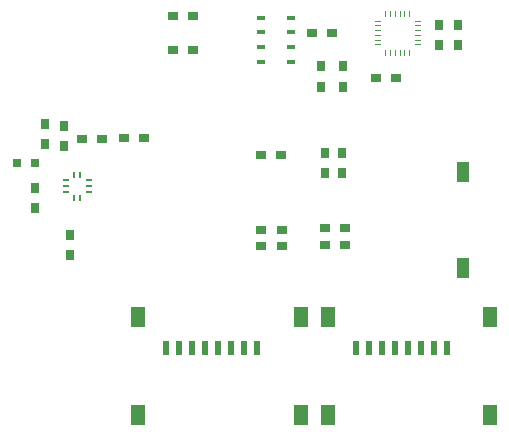
<source format=gbr>
%TF.GenerationSoftware,Novarm,DipTrace,3.3.0.1*%
%TF.CreationDate,2018-11-14T10:13:03-08:00*%
%FSLAX26Y26*%
%MOIN*%
%TF.FileFunction,Paste,Bot*%
%TF.Part,Single*%
%ADD54R,0.043301X0.07086*%
%ADD56R,0.03149X0.003931*%
%ADD60R,0.029522X0.013774*%
%ADD62R,0.022671X0.001569*%
%ADD64R,0.001569X0.022671*%
%ADD66O,0.003931X0.025585*%
%ADD68O,0.025585X0.003931*%
%ADD80R,0.029522X0.03149*%
%ADD88R,0.049207X0.07086*%
%ADD90R,0.023616X0.051175*%
%ADD94R,0.035427X0.03149*%
%ADD96R,0.03149X0.035427*%
G75*
G01*
%LPD*%
D96*
X1605821Y1499792D3*
Y1432863D3*
X679172Y1590288D3*
Y1523359D3*
D94*
X1618319Y1193574D3*
X1551390D3*
X1337099Y1493543D3*
X1404028D3*
X1405842Y1243569D3*
X1338913D3*
X1405842Y1187325D3*
X1338913D3*
X1618319Y1249818D3*
X1551390D3*
D96*
X1549577Y1499792D3*
Y1432863D3*
X585700Y1313949D3*
Y1380878D3*
X616672Y1527789D3*
Y1594718D3*
X1930787Y1924747D3*
Y1857818D3*
X1993300Y1924756D3*
Y1857827D3*
D94*
X1787052Y1749766D3*
X1720123D3*
D96*
X1612070Y1787262D3*
Y1720333D3*
X1537078Y1787262D3*
Y1720333D3*
D94*
X1574574Y1899750D3*
X1507645D3*
D96*
X699700Y1157949D3*
Y1224878D3*
D90*
X1324949Y849949D3*
X1281642D3*
X1238335D3*
X1195028D3*
X1151721D3*
X1108414D3*
X1065107D3*
X1021800D3*
D88*
X1469634Y952312D3*
Y625540D3*
X928296Y952312D3*
Y625540D3*
D90*
X1956200Y849949D3*
X1912893D3*
X1869586D3*
X1826279D3*
X1782972D3*
X1739665D3*
X1696357D3*
X1653050D3*
D88*
X2100885Y952312D3*
Y625540D3*
X1559546Y952312D3*
Y625540D3*
D80*
X585700Y1463949D3*
X522708D3*
D94*
X879700Y1547949D3*
X946629D3*
X741672Y1546539D3*
X808602D3*
X1112123Y1955994D3*
X1045193D3*
X1112123Y1843506D3*
X1045193D3*
D68*
X687167Y1368556D3*
Y1388241D3*
Y1407926D3*
D66*
X715514Y1426430D3*
X735199D3*
D68*
X763545Y1407926D3*
Y1388241D3*
Y1368556D3*
D66*
X735199Y1350052D3*
X715514D3*
D64*
X1818298Y1831007D3*
X1802550D3*
X1786802D3*
X1834046D3*
X1771054D3*
X1755306D3*
D62*
X1728613Y1857700D3*
Y1873448D3*
Y1889196D3*
Y1904944D3*
Y1920692D3*
Y1936440D3*
D64*
X1755306Y1963133D3*
X1771054D3*
X1786802D3*
X1802550D3*
X1818298D3*
X1834046D3*
D62*
X1860739Y1857700D3*
Y1873448D3*
Y1889196D3*
Y1904944D3*
Y1920692D3*
Y1936440D3*
D60*
X1437088Y1949745D3*
Y1851319D3*
Y1900532D3*
Y1802107D3*
X1337088Y1949745D3*
Y1900532D3*
Y1851319D3*
Y1802107D3*
D56*
X1905789Y1343558D3*
Y1323873D3*
Y1304188D3*
Y1284503D3*
Y1264818D3*
Y1245133D3*
Y1225448D3*
Y1205763D3*
D54*
X2012088Y1434109D3*
Y1115212D3*
M02*

</source>
